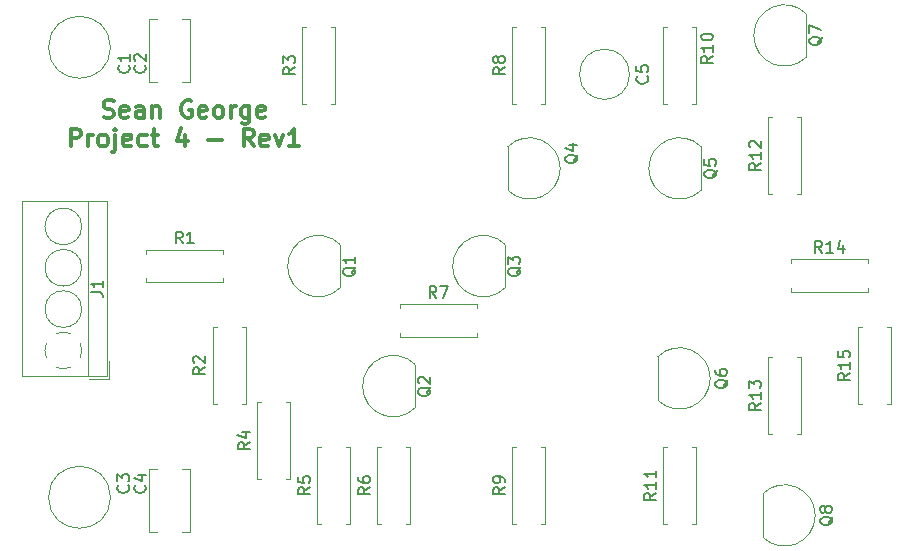
<source format=gbr>
%TF.GenerationSoftware,KiCad,Pcbnew,(6.0.7)*%
%TF.CreationDate,2023-05-14T18:18:18-04:00*%
%TF.ProjectId,12V_Plus_Minus_5MHz_Amplifier,3132565f-506c-4757-935f-4d696e75735f,rev?*%
%TF.SameCoordinates,Original*%
%TF.FileFunction,Legend,Top*%
%TF.FilePolarity,Positive*%
%FSLAX46Y46*%
G04 Gerber Fmt 4.6, Leading zero omitted, Abs format (unit mm)*
G04 Created by KiCad (PCBNEW (6.0.7)) date 2023-05-14 18:18:18*
%MOMM*%
%LPD*%
G01*
G04 APERTURE LIST*
%ADD10C,0.300000*%
%ADD11C,0.150000*%
%ADD12C,0.120000*%
G04 APERTURE END LIST*
D10*
X195072857Y-121382142D02*
X195287142Y-121453571D01*
X195644285Y-121453571D01*
X195787142Y-121382142D01*
X195858571Y-121310714D01*
X195930000Y-121167857D01*
X195930000Y-121025000D01*
X195858571Y-120882142D01*
X195787142Y-120810714D01*
X195644285Y-120739285D01*
X195358571Y-120667857D01*
X195215714Y-120596428D01*
X195144285Y-120525000D01*
X195072857Y-120382142D01*
X195072857Y-120239285D01*
X195144285Y-120096428D01*
X195215714Y-120025000D01*
X195358571Y-119953571D01*
X195715714Y-119953571D01*
X195930000Y-120025000D01*
X197144285Y-121382142D02*
X197001428Y-121453571D01*
X196715714Y-121453571D01*
X196572857Y-121382142D01*
X196501428Y-121239285D01*
X196501428Y-120667857D01*
X196572857Y-120525000D01*
X196715714Y-120453571D01*
X197001428Y-120453571D01*
X197144285Y-120525000D01*
X197215714Y-120667857D01*
X197215714Y-120810714D01*
X196501428Y-120953571D01*
X198501428Y-121453571D02*
X198501428Y-120667857D01*
X198430000Y-120525000D01*
X198287142Y-120453571D01*
X198001428Y-120453571D01*
X197858571Y-120525000D01*
X198501428Y-121382142D02*
X198358571Y-121453571D01*
X198001428Y-121453571D01*
X197858571Y-121382142D01*
X197787142Y-121239285D01*
X197787142Y-121096428D01*
X197858571Y-120953571D01*
X198001428Y-120882142D01*
X198358571Y-120882142D01*
X198501428Y-120810714D01*
X199215714Y-120453571D02*
X199215714Y-121453571D01*
X199215714Y-120596428D02*
X199287142Y-120525000D01*
X199430000Y-120453571D01*
X199644285Y-120453571D01*
X199787142Y-120525000D01*
X199858571Y-120667857D01*
X199858571Y-121453571D01*
X202501428Y-120025000D02*
X202358571Y-119953571D01*
X202144285Y-119953571D01*
X201930000Y-120025000D01*
X201787142Y-120167857D01*
X201715714Y-120310714D01*
X201644285Y-120596428D01*
X201644285Y-120810714D01*
X201715714Y-121096428D01*
X201787142Y-121239285D01*
X201930000Y-121382142D01*
X202144285Y-121453571D01*
X202287142Y-121453571D01*
X202501428Y-121382142D01*
X202572857Y-121310714D01*
X202572857Y-120810714D01*
X202287142Y-120810714D01*
X203787142Y-121382142D02*
X203644285Y-121453571D01*
X203358571Y-121453571D01*
X203215714Y-121382142D01*
X203144285Y-121239285D01*
X203144285Y-120667857D01*
X203215714Y-120525000D01*
X203358571Y-120453571D01*
X203644285Y-120453571D01*
X203787142Y-120525000D01*
X203858571Y-120667857D01*
X203858571Y-120810714D01*
X203144285Y-120953571D01*
X204715714Y-121453571D02*
X204572857Y-121382142D01*
X204501428Y-121310714D01*
X204430000Y-121167857D01*
X204430000Y-120739285D01*
X204501428Y-120596428D01*
X204572857Y-120525000D01*
X204715714Y-120453571D01*
X204930000Y-120453571D01*
X205072857Y-120525000D01*
X205144285Y-120596428D01*
X205215714Y-120739285D01*
X205215714Y-121167857D01*
X205144285Y-121310714D01*
X205072857Y-121382142D01*
X204930000Y-121453571D01*
X204715714Y-121453571D01*
X205858571Y-121453571D02*
X205858571Y-120453571D01*
X205858571Y-120739285D02*
X205930000Y-120596428D01*
X206001428Y-120525000D01*
X206144285Y-120453571D01*
X206287142Y-120453571D01*
X207430000Y-120453571D02*
X207430000Y-121667857D01*
X207358571Y-121810714D01*
X207287142Y-121882142D01*
X207144285Y-121953571D01*
X206930000Y-121953571D01*
X206787142Y-121882142D01*
X207430000Y-121382142D02*
X207287142Y-121453571D01*
X207001428Y-121453571D01*
X206858571Y-121382142D01*
X206787142Y-121310714D01*
X206715714Y-121167857D01*
X206715714Y-120739285D01*
X206787142Y-120596428D01*
X206858571Y-120525000D01*
X207001428Y-120453571D01*
X207287142Y-120453571D01*
X207430000Y-120525000D01*
X208715714Y-121382142D02*
X208572857Y-121453571D01*
X208287142Y-121453571D01*
X208144285Y-121382142D01*
X208072857Y-121239285D01*
X208072857Y-120667857D01*
X208144285Y-120525000D01*
X208287142Y-120453571D01*
X208572857Y-120453571D01*
X208715714Y-120525000D01*
X208787142Y-120667857D01*
X208787142Y-120810714D01*
X208072857Y-120953571D01*
X192287142Y-123868571D02*
X192287142Y-122368571D01*
X192858571Y-122368571D01*
X193001428Y-122440000D01*
X193072857Y-122511428D01*
X193144285Y-122654285D01*
X193144285Y-122868571D01*
X193072857Y-123011428D01*
X193001428Y-123082857D01*
X192858571Y-123154285D01*
X192287142Y-123154285D01*
X193787142Y-123868571D02*
X193787142Y-122868571D01*
X193787142Y-123154285D02*
X193858571Y-123011428D01*
X193930000Y-122940000D01*
X194072857Y-122868571D01*
X194215714Y-122868571D01*
X194930000Y-123868571D02*
X194787142Y-123797142D01*
X194715714Y-123725714D01*
X194644285Y-123582857D01*
X194644285Y-123154285D01*
X194715714Y-123011428D01*
X194787142Y-122940000D01*
X194930000Y-122868571D01*
X195144285Y-122868571D01*
X195287142Y-122940000D01*
X195358571Y-123011428D01*
X195430000Y-123154285D01*
X195430000Y-123582857D01*
X195358571Y-123725714D01*
X195287142Y-123797142D01*
X195144285Y-123868571D01*
X194930000Y-123868571D01*
X196072857Y-122868571D02*
X196072857Y-124154285D01*
X196001428Y-124297142D01*
X195858571Y-124368571D01*
X195787142Y-124368571D01*
X196072857Y-122368571D02*
X196001428Y-122440000D01*
X196072857Y-122511428D01*
X196144285Y-122440000D01*
X196072857Y-122368571D01*
X196072857Y-122511428D01*
X197358571Y-123797142D02*
X197215714Y-123868571D01*
X196930000Y-123868571D01*
X196787142Y-123797142D01*
X196715714Y-123654285D01*
X196715714Y-123082857D01*
X196787142Y-122940000D01*
X196930000Y-122868571D01*
X197215714Y-122868571D01*
X197358571Y-122940000D01*
X197430000Y-123082857D01*
X197430000Y-123225714D01*
X196715714Y-123368571D01*
X198715714Y-123797142D02*
X198572857Y-123868571D01*
X198287142Y-123868571D01*
X198144285Y-123797142D01*
X198072857Y-123725714D01*
X198001428Y-123582857D01*
X198001428Y-123154285D01*
X198072857Y-123011428D01*
X198144285Y-122940000D01*
X198287142Y-122868571D01*
X198572857Y-122868571D01*
X198715714Y-122940000D01*
X199144285Y-122868571D02*
X199715714Y-122868571D01*
X199358571Y-122368571D02*
X199358571Y-123654285D01*
X199430000Y-123797142D01*
X199572857Y-123868571D01*
X199715714Y-123868571D01*
X202001428Y-122868571D02*
X202001428Y-123868571D01*
X201644285Y-122297142D02*
X201287142Y-123368571D01*
X202215714Y-123368571D01*
X203930000Y-123297142D02*
X205072857Y-123297142D01*
X207787142Y-123868571D02*
X207287142Y-123154285D01*
X206930000Y-123868571D02*
X206930000Y-122368571D01*
X207501428Y-122368571D01*
X207644285Y-122440000D01*
X207715714Y-122511428D01*
X207787142Y-122654285D01*
X207787142Y-122868571D01*
X207715714Y-123011428D01*
X207644285Y-123082857D01*
X207501428Y-123154285D01*
X206930000Y-123154285D01*
X209001428Y-123797142D02*
X208858571Y-123868571D01*
X208572857Y-123868571D01*
X208430000Y-123797142D01*
X208358571Y-123654285D01*
X208358571Y-123082857D01*
X208430000Y-122940000D01*
X208572857Y-122868571D01*
X208858571Y-122868571D01*
X209001428Y-122940000D01*
X209072857Y-123082857D01*
X209072857Y-123225714D01*
X208358571Y-123368571D01*
X209572857Y-122868571D02*
X209930000Y-123868571D01*
X210287142Y-122868571D01*
X211644285Y-123868571D02*
X210787142Y-123868571D01*
X211215714Y-123868571D02*
X211215714Y-122368571D01*
X211072857Y-122582857D01*
X210930000Y-122725714D01*
X210787142Y-122797142D01*
D11*
%TO.C,J1*%
X194022380Y-136223333D02*
X194736666Y-136223333D01*
X194879523Y-136270952D01*
X194974761Y-136366190D01*
X195022380Y-136509047D01*
X195022380Y-136604285D01*
X195022380Y-135223333D02*
X195022380Y-135794761D01*
X195022380Y-135509047D02*
X194022380Y-135509047D01*
X194165238Y-135604285D01*
X194260476Y-135699523D01*
X194308095Y-135794761D01*
%TO.C,R7*%
X223253333Y-136682380D02*
X222920000Y-136206190D01*
X222681904Y-136682380D02*
X222681904Y-135682380D01*
X223062857Y-135682380D01*
X223158095Y-135730000D01*
X223205714Y-135777619D01*
X223253333Y-135872857D01*
X223253333Y-136015714D01*
X223205714Y-136110952D01*
X223158095Y-136158571D01*
X223062857Y-136206190D01*
X222681904Y-136206190D01*
X223586666Y-135682380D02*
X224253333Y-135682380D01*
X223824761Y-136682380D01*
%TO.C,Q7*%
X255917619Y-114565238D02*
X255870000Y-114660476D01*
X255774761Y-114755714D01*
X255631904Y-114898571D01*
X255584285Y-114993809D01*
X255584285Y-115089047D01*
X255822380Y-115041428D02*
X255774761Y-115136666D01*
X255679523Y-115231904D01*
X255489047Y-115279523D01*
X255155714Y-115279523D01*
X254965238Y-115231904D01*
X254870000Y-115136666D01*
X254822380Y-115041428D01*
X254822380Y-114850952D01*
X254870000Y-114755714D01*
X254965238Y-114660476D01*
X255155714Y-114612857D01*
X255489047Y-114612857D01*
X255679523Y-114660476D01*
X255774761Y-114755714D01*
X255822380Y-114850952D01*
X255822380Y-115041428D01*
X254822380Y-114279523D02*
X254822380Y-113612857D01*
X255822380Y-114041428D01*
%TO.C,R9*%
X229052380Y-152736666D02*
X228576190Y-153070000D01*
X229052380Y-153308095D02*
X228052380Y-153308095D01*
X228052380Y-152927142D01*
X228100000Y-152831904D01*
X228147619Y-152784285D01*
X228242857Y-152736666D01*
X228385714Y-152736666D01*
X228480952Y-152784285D01*
X228528571Y-152831904D01*
X228576190Y-152927142D01*
X228576190Y-153308095D01*
X229052380Y-152260476D02*
X229052380Y-152070000D01*
X229004761Y-151974761D01*
X228957142Y-151927142D01*
X228814285Y-151831904D01*
X228623809Y-151784285D01*
X228242857Y-151784285D01*
X228147619Y-151831904D01*
X228100000Y-151879523D01*
X228052380Y-151974761D01*
X228052380Y-152165238D01*
X228100000Y-152260476D01*
X228147619Y-152308095D01*
X228242857Y-152355714D01*
X228480952Y-152355714D01*
X228576190Y-152308095D01*
X228623809Y-152260476D01*
X228671428Y-152165238D01*
X228671428Y-151974761D01*
X228623809Y-151879523D01*
X228576190Y-151831904D01*
X228480952Y-151784285D01*
%TO.C,R13*%
X250742380Y-145592857D02*
X250266190Y-145926190D01*
X250742380Y-146164285D02*
X249742380Y-146164285D01*
X249742380Y-145783333D01*
X249790000Y-145688095D01*
X249837619Y-145640476D01*
X249932857Y-145592857D01*
X250075714Y-145592857D01*
X250170952Y-145640476D01*
X250218571Y-145688095D01*
X250266190Y-145783333D01*
X250266190Y-146164285D01*
X250742380Y-144640476D02*
X250742380Y-145211904D01*
X250742380Y-144926190D02*
X249742380Y-144926190D01*
X249885238Y-145021428D01*
X249980476Y-145116666D01*
X250028095Y-145211904D01*
X249742380Y-144307142D02*
X249742380Y-143688095D01*
X250123333Y-144021428D01*
X250123333Y-143878571D01*
X250170952Y-143783333D01*
X250218571Y-143735714D01*
X250313809Y-143688095D01*
X250551904Y-143688095D01*
X250647142Y-143735714D01*
X250694761Y-143783333D01*
X250742380Y-143878571D01*
X250742380Y-144164285D01*
X250694761Y-144259523D01*
X250647142Y-144307142D01*
%TO.C,C2*%
X198577142Y-117006666D02*
X198624761Y-117054285D01*
X198672380Y-117197142D01*
X198672380Y-117292380D01*
X198624761Y-117435238D01*
X198529523Y-117530476D01*
X198434285Y-117578095D01*
X198243809Y-117625714D01*
X198100952Y-117625714D01*
X197910476Y-117578095D01*
X197815238Y-117530476D01*
X197720000Y-117435238D01*
X197672380Y-117292380D01*
X197672380Y-117197142D01*
X197720000Y-117054285D01*
X197767619Y-117006666D01*
X197767619Y-116625714D02*
X197720000Y-116578095D01*
X197672380Y-116482857D01*
X197672380Y-116244761D01*
X197720000Y-116149523D01*
X197767619Y-116101904D01*
X197862857Y-116054285D01*
X197958095Y-116054285D01*
X198100952Y-116101904D01*
X198672380Y-116673333D01*
X198672380Y-116054285D01*
%TO.C,C3*%
X197147142Y-152566666D02*
X197194761Y-152614285D01*
X197242380Y-152757142D01*
X197242380Y-152852380D01*
X197194761Y-152995238D01*
X197099523Y-153090476D01*
X197004285Y-153138095D01*
X196813809Y-153185714D01*
X196670952Y-153185714D01*
X196480476Y-153138095D01*
X196385238Y-153090476D01*
X196290000Y-152995238D01*
X196242380Y-152852380D01*
X196242380Y-152757142D01*
X196290000Y-152614285D01*
X196337619Y-152566666D01*
X196242380Y-152233333D02*
X196242380Y-151614285D01*
X196623333Y-151947619D01*
X196623333Y-151804761D01*
X196670952Y-151709523D01*
X196718571Y-151661904D01*
X196813809Y-151614285D01*
X197051904Y-151614285D01*
X197147142Y-151661904D01*
X197194761Y-151709523D01*
X197242380Y-151804761D01*
X197242380Y-152090476D01*
X197194761Y-152185714D01*
X197147142Y-152233333D01*
%TO.C,R3*%
X211272380Y-117176666D02*
X210796190Y-117510000D01*
X211272380Y-117748095D02*
X210272380Y-117748095D01*
X210272380Y-117367142D01*
X210320000Y-117271904D01*
X210367619Y-117224285D01*
X210462857Y-117176666D01*
X210605714Y-117176666D01*
X210700952Y-117224285D01*
X210748571Y-117271904D01*
X210796190Y-117367142D01*
X210796190Y-117748095D01*
X210272380Y-116843333D02*
X210272380Y-116224285D01*
X210653333Y-116557619D01*
X210653333Y-116414761D01*
X210700952Y-116319523D01*
X210748571Y-116271904D01*
X210843809Y-116224285D01*
X211081904Y-116224285D01*
X211177142Y-116271904D01*
X211224761Y-116319523D01*
X211272380Y-116414761D01*
X211272380Y-116700476D01*
X211224761Y-116795714D01*
X211177142Y-116843333D01*
%TO.C,Q8*%
X256837619Y-155205238D02*
X256790000Y-155300476D01*
X256694761Y-155395714D01*
X256551904Y-155538571D01*
X256504285Y-155633809D01*
X256504285Y-155729047D01*
X256742380Y-155681428D02*
X256694761Y-155776666D01*
X256599523Y-155871904D01*
X256409047Y-155919523D01*
X256075714Y-155919523D01*
X255885238Y-155871904D01*
X255790000Y-155776666D01*
X255742380Y-155681428D01*
X255742380Y-155490952D01*
X255790000Y-155395714D01*
X255885238Y-155300476D01*
X256075714Y-155252857D01*
X256409047Y-155252857D01*
X256599523Y-155300476D01*
X256694761Y-155395714D01*
X256742380Y-155490952D01*
X256742380Y-155681428D01*
X256170952Y-154681428D02*
X256123333Y-154776666D01*
X256075714Y-154824285D01*
X255980476Y-154871904D01*
X255932857Y-154871904D01*
X255837619Y-154824285D01*
X255790000Y-154776666D01*
X255742380Y-154681428D01*
X255742380Y-154490952D01*
X255790000Y-154395714D01*
X255837619Y-154348095D01*
X255932857Y-154300476D01*
X255980476Y-154300476D01*
X256075714Y-154348095D01*
X256123333Y-154395714D01*
X256170952Y-154490952D01*
X256170952Y-154681428D01*
X256218571Y-154776666D01*
X256266190Y-154824285D01*
X256361428Y-154871904D01*
X256551904Y-154871904D01*
X256647142Y-154824285D01*
X256694761Y-154776666D01*
X256742380Y-154681428D01*
X256742380Y-154490952D01*
X256694761Y-154395714D01*
X256647142Y-154348095D01*
X256551904Y-154300476D01*
X256361428Y-154300476D01*
X256266190Y-154348095D01*
X256218571Y-154395714D01*
X256170952Y-154490952D01*
%TO.C,R1*%
X201763333Y-132082380D02*
X201430000Y-131606190D01*
X201191904Y-132082380D02*
X201191904Y-131082380D01*
X201572857Y-131082380D01*
X201668095Y-131130000D01*
X201715714Y-131177619D01*
X201763333Y-131272857D01*
X201763333Y-131415714D01*
X201715714Y-131510952D01*
X201668095Y-131558571D01*
X201572857Y-131606190D01*
X201191904Y-131606190D01*
X202715714Y-132082380D02*
X202144285Y-132082380D01*
X202430000Y-132082380D02*
X202430000Y-131082380D01*
X202334761Y-131225238D01*
X202239523Y-131320476D01*
X202144285Y-131368095D01*
%TO.C,C4*%
X198577142Y-152566666D02*
X198624761Y-152614285D01*
X198672380Y-152757142D01*
X198672380Y-152852380D01*
X198624761Y-152995238D01*
X198529523Y-153090476D01*
X198434285Y-153138095D01*
X198243809Y-153185714D01*
X198100952Y-153185714D01*
X197910476Y-153138095D01*
X197815238Y-153090476D01*
X197720000Y-152995238D01*
X197672380Y-152852380D01*
X197672380Y-152757142D01*
X197720000Y-152614285D01*
X197767619Y-152566666D01*
X198005714Y-151709523D02*
X198672380Y-151709523D01*
X197624761Y-151947619D02*
X198339047Y-152185714D01*
X198339047Y-151566666D01*
%TO.C,C1*%
X197207142Y-117006666D02*
X197254761Y-117054285D01*
X197302380Y-117197142D01*
X197302380Y-117292380D01*
X197254761Y-117435238D01*
X197159523Y-117530476D01*
X197064285Y-117578095D01*
X196873809Y-117625714D01*
X196730952Y-117625714D01*
X196540476Y-117578095D01*
X196445238Y-117530476D01*
X196350000Y-117435238D01*
X196302380Y-117292380D01*
X196302380Y-117197142D01*
X196350000Y-117054285D01*
X196397619Y-117006666D01*
X197302380Y-116054285D02*
X197302380Y-116625714D01*
X197302380Y-116340000D02*
X196302380Y-116340000D01*
X196445238Y-116435238D01*
X196540476Y-116530476D01*
X196588095Y-116625714D01*
%TO.C,R15*%
X258262380Y-143052857D02*
X257786190Y-143386190D01*
X258262380Y-143624285D02*
X257262380Y-143624285D01*
X257262380Y-143243333D01*
X257310000Y-143148095D01*
X257357619Y-143100476D01*
X257452857Y-143052857D01*
X257595714Y-143052857D01*
X257690952Y-143100476D01*
X257738571Y-143148095D01*
X257786190Y-143243333D01*
X257786190Y-143624285D01*
X258262380Y-142100476D02*
X258262380Y-142671904D01*
X258262380Y-142386190D02*
X257262380Y-142386190D01*
X257405238Y-142481428D01*
X257500476Y-142576666D01*
X257548095Y-142671904D01*
X257262380Y-141195714D02*
X257262380Y-141671904D01*
X257738571Y-141719523D01*
X257690952Y-141671904D01*
X257643333Y-141576666D01*
X257643333Y-141338571D01*
X257690952Y-141243333D01*
X257738571Y-141195714D01*
X257833809Y-141148095D01*
X258071904Y-141148095D01*
X258167142Y-141195714D01*
X258214761Y-141243333D01*
X258262380Y-141338571D01*
X258262380Y-141576666D01*
X258214761Y-141671904D01*
X258167142Y-141719523D01*
%TO.C,R14*%
X255897142Y-132872380D02*
X255563809Y-132396190D01*
X255325714Y-132872380D02*
X255325714Y-131872380D01*
X255706666Y-131872380D01*
X255801904Y-131920000D01*
X255849523Y-131967619D01*
X255897142Y-132062857D01*
X255897142Y-132205714D01*
X255849523Y-132300952D01*
X255801904Y-132348571D01*
X255706666Y-132396190D01*
X255325714Y-132396190D01*
X256849523Y-132872380D02*
X256278095Y-132872380D01*
X256563809Y-132872380D02*
X256563809Y-131872380D01*
X256468571Y-132015238D01*
X256373333Y-132110476D01*
X256278095Y-132158095D01*
X257706666Y-132205714D02*
X257706666Y-132872380D01*
X257468571Y-131824761D02*
X257230476Y-132539047D01*
X257849523Y-132539047D01*
%TO.C,R4*%
X207462380Y-148926666D02*
X206986190Y-149260000D01*
X207462380Y-149498095D02*
X206462380Y-149498095D01*
X206462380Y-149117142D01*
X206510000Y-149021904D01*
X206557619Y-148974285D01*
X206652857Y-148926666D01*
X206795714Y-148926666D01*
X206890952Y-148974285D01*
X206938571Y-149021904D01*
X206986190Y-149117142D01*
X206986190Y-149498095D01*
X206795714Y-148069523D02*
X207462380Y-148069523D01*
X206414761Y-148307619D02*
X207129047Y-148545714D01*
X207129047Y-147926666D01*
%TO.C,R12*%
X250742380Y-125272857D02*
X250266190Y-125606190D01*
X250742380Y-125844285D02*
X249742380Y-125844285D01*
X249742380Y-125463333D01*
X249790000Y-125368095D01*
X249837619Y-125320476D01*
X249932857Y-125272857D01*
X250075714Y-125272857D01*
X250170952Y-125320476D01*
X250218571Y-125368095D01*
X250266190Y-125463333D01*
X250266190Y-125844285D01*
X250742380Y-124320476D02*
X250742380Y-124891904D01*
X250742380Y-124606190D02*
X249742380Y-124606190D01*
X249885238Y-124701428D01*
X249980476Y-124796666D01*
X250028095Y-124891904D01*
X249837619Y-123939523D02*
X249790000Y-123891904D01*
X249742380Y-123796666D01*
X249742380Y-123558571D01*
X249790000Y-123463333D01*
X249837619Y-123415714D01*
X249932857Y-123368095D01*
X250028095Y-123368095D01*
X250170952Y-123415714D01*
X250742380Y-123987142D01*
X250742380Y-123368095D01*
%TO.C,Q4*%
X235247619Y-124555238D02*
X235200000Y-124650476D01*
X235104761Y-124745714D01*
X234961904Y-124888571D01*
X234914285Y-124983809D01*
X234914285Y-125079047D01*
X235152380Y-125031428D02*
X235104761Y-125126666D01*
X235009523Y-125221904D01*
X234819047Y-125269523D01*
X234485714Y-125269523D01*
X234295238Y-125221904D01*
X234200000Y-125126666D01*
X234152380Y-125031428D01*
X234152380Y-124840952D01*
X234200000Y-124745714D01*
X234295238Y-124650476D01*
X234485714Y-124602857D01*
X234819047Y-124602857D01*
X235009523Y-124650476D01*
X235104761Y-124745714D01*
X235152380Y-124840952D01*
X235152380Y-125031428D01*
X234485714Y-123745714D02*
X235152380Y-123745714D01*
X234104761Y-123983809D02*
X234819047Y-124221904D01*
X234819047Y-123602857D01*
%TO.C,Q6*%
X247947619Y-143605238D02*
X247900000Y-143700476D01*
X247804761Y-143795714D01*
X247661904Y-143938571D01*
X247614285Y-144033809D01*
X247614285Y-144129047D01*
X247852380Y-144081428D02*
X247804761Y-144176666D01*
X247709523Y-144271904D01*
X247519047Y-144319523D01*
X247185714Y-144319523D01*
X246995238Y-144271904D01*
X246900000Y-144176666D01*
X246852380Y-144081428D01*
X246852380Y-143890952D01*
X246900000Y-143795714D01*
X246995238Y-143700476D01*
X247185714Y-143652857D01*
X247519047Y-143652857D01*
X247709523Y-143700476D01*
X247804761Y-143795714D01*
X247852380Y-143890952D01*
X247852380Y-144081428D01*
X246852380Y-142795714D02*
X246852380Y-142986190D01*
X246900000Y-143081428D01*
X246947619Y-143129047D01*
X247090476Y-143224285D01*
X247280952Y-143271904D01*
X247661904Y-143271904D01*
X247757142Y-143224285D01*
X247804761Y-143176666D01*
X247852380Y-143081428D01*
X247852380Y-142890952D01*
X247804761Y-142795714D01*
X247757142Y-142748095D01*
X247661904Y-142700476D01*
X247423809Y-142700476D01*
X247328571Y-142748095D01*
X247280952Y-142795714D01*
X247233333Y-142890952D01*
X247233333Y-143081428D01*
X247280952Y-143176666D01*
X247328571Y-143224285D01*
X247423809Y-143271904D01*
%TO.C,Q3*%
X230417619Y-134095238D02*
X230370000Y-134190476D01*
X230274761Y-134285714D01*
X230131904Y-134428571D01*
X230084285Y-134523809D01*
X230084285Y-134619047D01*
X230322380Y-134571428D02*
X230274761Y-134666666D01*
X230179523Y-134761904D01*
X229989047Y-134809523D01*
X229655714Y-134809523D01*
X229465238Y-134761904D01*
X229370000Y-134666666D01*
X229322380Y-134571428D01*
X229322380Y-134380952D01*
X229370000Y-134285714D01*
X229465238Y-134190476D01*
X229655714Y-134142857D01*
X229989047Y-134142857D01*
X230179523Y-134190476D01*
X230274761Y-134285714D01*
X230322380Y-134380952D01*
X230322380Y-134571428D01*
X229322380Y-133809523D02*
X229322380Y-133190476D01*
X229703333Y-133523809D01*
X229703333Y-133380952D01*
X229750952Y-133285714D01*
X229798571Y-133238095D01*
X229893809Y-133190476D01*
X230131904Y-133190476D01*
X230227142Y-133238095D01*
X230274761Y-133285714D01*
X230322380Y-133380952D01*
X230322380Y-133666666D01*
X230274761Y-133761904D01*
X230227142Y-133809523D01*
%TO.C,Q5*%
X247027619Y-125825238D02*
X246980000Y-125920476D01*
X246884761Y-126015714D01*
X246741904Y-126158571D01*
X246694285Y-126253809D01*
X246694285Y-126349047D01*
X246932380Y-126301428D02*
X246884761Y-126396666D01*
X246789523Y-126491904D01*
X246599047Y-126539523D01*
X246265714Y-126539523D01*
X246075238Y-126491904D01*
X245980000Y-126396666D01*
X245932380Y-126301428D01*
X245932380Y-126110952D01*
X245980000Y-126015714D01*
X246075238Y-125920476D01*
X246265714Y-125872857D01*
X246599047Y-125872857D01*
X246789523Y-125920476D01*
X246884761Y-126015714D01*
X246932380Y-126110952D01*
X246932380Y-126301428D01*
X245932380Y-124968095D02*
X245932380Y-125444285D01*
X246408571Y-125491904D01*
X246360952Y-125444285D01*
X246313333Y-125349047D01*
X246313333Y-125110952D01*
X246360952Y-125015714D01*
X246408571Y-124968095D01*
X246503809Y-124920476D01*
X246741904Y-124920476D01*
X246837142Y-124968095D01*
X246884761Y-125015714D01*
X246932380Y-125110952D01*
X246932380Y-125349047D01*
X246884761Y-125444285D01*
X246837142Y-125491904D01*
%TO.C,R5*%
X212542380Y-152736666D02*
X212066190Y-153070000D01*
X212542380Y-153308095D02*
X211542380Y-153308095D01*
X211542380Y-152927142D01*
X211590000Y-152831904D01*
X211637619Y-152784285D01*
X211732857Y-152736666D01*
X211875714Y-152736666D01*
X211970952Y-152784285D01*
X212018571Y-152831904D01*
X212066190Y-152927142D01*
X212066190Y-153308095D01*
X211542380Y-151831904D02*
X211542380Y-152308095D01*
X212018571Y-152355714D01*
X211970952Y-152308095D01*
X211923333Y-152212857D01*
X211923333Y-151974761D01*
X211970952Y-151879523D01*
X212018571Y-151831904D01*
X212113809Y-151784285D01*
X212351904Y-151784285D01*
X212447142Y-151831904D01*
X212494761Y-151879523D01*
X212542380Y-151974761D01*
X212542380Y-152212857D01*
X212494761Y-152308095D01*
X212447142Y-152355714D01*
%TO.C,C5*%
X241097142Y-117926666D02*
X241144761Y-117974285D01*
X241192380Y-118117142D01*
X241192380Y-118212380D01*
X241144761Y-118355238D01*
X241049523Y-118450476D01*
X240954285Y-118498095D01*
X240763809Y-118545714D01*
X240620952Y-118545714D01*
X240430476Y-118498095D01*
X240335238Y-118450476D01*
X240240000Y-118355238D01*
X240192380Y-118212380D01*
X240192380Y-118117142D01*
X240240000Y-117974285D01*
X240287619Y-117926666D01*
X240192380Y-117021904D02*
X240192380Y-117498095D01*
X240668571Y-117545714D01*
X240620952Y-117498095D01*
X240573333Y-117402857D01*
X240573333Y-117164761D01*
X240620952Y-117069523D01*
X240668571Y-117021904D01*
X240763809Y-116974285D01*
X241001904Y-116974285D01*
X241097142Y-117021904D01*
X241144761Y-117069523D01*
X241192380Y-117164761D01*
X241192380Y-117402857D01*
X241144761Y-117498095D01*
X241097142Y-117545714D01*
%TO.C,R10*%
X246662380Y-116212857D02*
X246186190Y-116546190D01*
X246662380Y-116784285D02*
X245662380Y-116784285D01*
X245662380Y-116403333D01*
X245710000Y-116308095D01*
X245757619Y-116260476D01*
X245852857Y-116212857D01*
X245995714Y-116212857D01*
X246090952Y-116260476D01*
X246138571Y-116308095D01*
X246186190Y-116403333D01*
X246186190Y-116784285D01*
X246662380Y-115260476D02*
X246662380Y-115831904D01*
X246662380Y-115546190D02*
X245662380Y-115546190D01*
X245805238Y-115641428D01*
X245900476Y-115736666D01*
X245948095Y-115831904D01*
X245662380Y-114641428D02*
X245662380Y-114546190D01*
X245710000Y-114450952D01*
X245757619Y-114403333D01*
X245852857Y-114355714D01*
X246043333Y-114308095D01*
X246281428Y-114308095D01*
X246471904Y-114355714D01*
X246567142Y-114403333D01*
X246614761Y-114450952D01*
X246662380Y-114546190D01*
X246662380Y-114641428D01*
X246614761Y-114736666D01*
X246567142Y-114784285D01*
X246471904Y-114831904D01*
X246281428Y-114879523D01*
X246043333Y-114879523D01*
X245852857Y-114831904D01*
X245757619Y-114784285D01*
X245710000Y-114736666D01*
X245662380Y-114641428D01*
%TO.C,R2*%
X203652380Y-142576666D02*
X203176190Y-142910000D01*
X203652380Y-143148095D02*
X202652380Y-143148095D01*
X202652380Y-142767142D01*
X202700000Y-142671904D01*
X202747619Y-142624285D01*
X202842857Y-142576666D01*
X202985714Y-142576666D01*
X203080952Y-142624285D01*
X203128571Y-142671904D01*
X203176190Y-142767142D01*
X203176190Y-143148095D01*
X202747619Y-142195714D02*
X202700000Y-142148095D01*
X202652380Y-142052857D01*
X202652380Y-141814761D01*
X202700000Y-141719523D01*
X202747619Y-141671904D01*
X202842857Y-141624285D01*
X202938095Y-141624285D01*
X203080952Y-141671904D01*
X203652380Y-142243333D01*
X203652380Y-141624285D01*
%TO.C,Q2*%
X222797619Y-144255238D02*
X222750000Y-144350476D01*
X222654761Y-144445714D01*
X222511904Y-144588571D01*
X222464285Y-144683809D01*
X222464285Y-144779047D01*
X222702380Y-144731428D02*
X222654761Y-144826666D01*
X222559523Y-144921904D01*
X222369047Y-144969523D01*
X222035714Y-144969523D01*
X221845238Y-144921904D01*
X221750000Y-144826666D01*
X221702380Y-144731428D01*
X221702380Y-144540952D01*
X221750000Y-144445714D01*
X221845238Y-144350476D01*
X222035714Y-144302857D01*
X222369047Y-144302857D01*
X222559523Y-144350476D01*
X222654761Y-144445714D01*
X222702380Y-144540952D01*
X222702380Y-144731428D01*
X221797619Y-143921904D02*
X221750000Y-143874285D01*
X221702380Y-143779047D01*
X221702380Y-143540952D01*
X221750000Y-143445714D01*
X221797619Y-143398095D01*
X221892857Y-143350476D01*
X221988095Y-143350476D01*
X222130952Y-143398095D01*
X222702380Y-143969523D01*
X222702380Y-143350476D01*
%TO.C,R11*%
X241852380Y-153212857D02*
X241376190Y-153546190D01*
X241852380Y-153784285D02*
X240852380Y-153784285D01*
X240852380Y-153403333D01*
X240900000Y-153308095D01*
X240947619Y-153260476D01*
X241042857Y-153212857D01*
X241185714Y-153212857D01*
X241280952Y-153260476D01*
X241328571Y-153308095D01*
X241376190Y-153403333D01*
X241376190Y-153784285D01*
X241852380Y-152260476D02*
X241852380Y-152831904D01*
X241852380Y-152546190D02*
X240852380Y-152546190D01*
X240995238Y-152641428D01*
X241090476Y-152736666D01*
X241138095Y-152831904D01*
X241852380Y-151308095D02*
X241852380Y-151879523D01*
X241852380Y-151593809D02*
X240852380Y-151593809D01*
X240995238Y-151689047D01*
X241090476Y-151784285D01*
X241138095Y-151879523D01*
%TO.C,Q1*%
X216447619Y-134095238D02*
X216400000Y-134190476D01*
X216304761Y-134285714D01*
X216161904Y-134428571D01*
X216114285Y-134523809D01*
X216114285Y-134619047D01*
X216352380Y-134571428D02*
X216304761Y-134666666D01*
X216209523Y-134761904D01*
X216019047Y-134809523D01*
X215685714Y-134809523D01*
X215495238Y-134761904D01*
X215400000Y-134666666D01*
X215352380Y-134571428D01*
X215352380Y-134380952D01*
X215400000Y-134285714D01*
X215495238Y-134190476D01*
X215685714Y-134142857D01*
X216019047Y-134142857D01*
X216209523Y-134190476D01*
X216304761Y-134285714D01*
X216352380Y-134380952D01*
X216352380Y-134571428D01*
X216352380Y-133190476D02*
X216352380Y-133761904D01*
X216352380Y-133476190D02*
X215352380Y-133476190D01*
X215495238Y-133571428D01*
X215590476Y-133666666D01*
X215638095Y-133761904D01*
%TO.C,R6*%
X217622380Y-152736666D02*
X217146190Y-153070000D01*
X217622380Y-153308095D02*
X216622380Y-153308095D01*
X216622380Y-152927142D01*
X216670000Y-152831904D01*
X216717619Y-152784285D01*
X216812857Y-152736666D01*
X216955714Y-152736666D01*
X217050952Y-152784285D01*
X217098571Y-152831904D01*
X217146190Y-152927142D01*
X217146190Y-153308095D01*
X216622380Y-151879523D02*
X216622380Y-152070000D01*
X216670000Y-152165238D01*
X216717619Y-152212857D01*
X216860476Y-152308095D01*
X217050952Y-152355714D01*
X217431904Y-152355714D01*
X217527142Y-152308095D01*
X217574761Y-152260476D01*
X217622380Y-152165238D01*
X217622380Y-151974761D01*
X217574761Y-151879523D01*
X217527142Y-151831904D01*
X217431904Y-151784285D01*
X217193809Y-151784285D01*
X217098571Y-151831904D01*
X217050952Y-151879523D01*
X217003333Y-151974761D01*
X217003333Y-152165238D01*
X217050952Y-152260476D01*
X217098571Y-152308095D01*
X217193809Y-152355714D01*
%TO.C,R8*%
X229052380Y-117176666D02*
X228576190Y-117510000D01*
X229052380Y-117748095D02*
X228052380Y-117748095D01*
X228052380Y-117367142D01*
X228100000Y-117271904D01*
X228147619Y-117224285D01*
X228242857Y-117176666D01*
X228385714Y-117176666D01*
X228480952Y-117224285D01*
X228528571Y-117271904D01*
X228576190Y-117367142D01*
X228576190Y-117748095D01*
X228480952Y-116605238D02*
X228433333Y-116700476D01*
X228385714Y-116748095D01*
X228290476Y-116795714D01*
X228242857Y-116795714D01*
X228147619Y-116748095D01*
X228100000Y-116700476D01*
X228052380Y-116605238D01*
X228052380Y-116414761D01*
X228100000Y-116319523D01*
X228147619Y-116271904D01*
X228242857Y-116224285D01*
X228290476Y-116224285D01*
X228385714Y-116271904D01*
X228433333Y-116319523D01*
X228480952Y-116414761D01*
X228480952Y-116605238D01*
X228528571Y-116700476D01*
X228576190Y-116748095D01*
X228671428Y-116795714D01*
X228861904Y-116795714D01*
X228957142Y-116748095D01*
X229004761Y-116700476D01*
X229052380Y-116605238D01*
X229052380Y-116414761D01*
X229004761Y-116319523D01*
X228957142Y-116271904D01*
X228861904Y-116224285D01*
X228671428Y-116224285D01*
X228576190Y-116271904D01*
X228528571Y-116319523D01*
X228480952Y-116414761D01*
D12*
%TO.C,J1*%
X193830000Y-143540000D02*
X195570000Y-143540000D01*
X188210000Y-128480000D02*
X195330000Y-128480000D01*
X195570000Y-143540000D02*
X195570000Y-142040000D01*
X195330000Y-143300000D02*
X195330000Y-128480000D01*
X188210000Y-143300000D02*
X195330000Y-143300000D01*
X188210000Y-143300000D02*
X188210000Y-128480000D01*
X193770000Y-143300000D02*
X193770000Y-128480000D01*
X191062000Y-142572000D02*
G75*
G03*
X192277742Y-142572109I608000J1432000D01*
G01*
X190238000Y-140532000D02*
G75*
G03*
X190237891Y-141747742I1432000J-608000D01*
G01*
X193102000Y-141748000D02*
G75*
G03*
X193225493Y-141112989I-1431988J607998D01*
G01*
X192278000Y-139708000D02*
G75*
G03*
X191062258Y-139707891I-607999J-1432003D01*
G01*
X193225000Y-141140000D02*
G75*
G03*
X193101385Y-140532413I-1555000J0D01*
G01*
X193225000Y-137640000D02*
G75*
G03*
X193225000Y-137640000I-1555000J0D01*
G01*
X193225000Y-130640000D02*
G75*
G03*
X193225000Y-130640000I-1555000J0D01*
G01*
X193225000Y-134140000D02*
G75*
G03*
X193225000Y-134140000I-1555000J0D01*
G01*
%TO.C,R7*%
X220150000Y-139970000D02*
X226690000Y-139970000D01*
X226690000Y-137230000D02*
X226690000Y-137560000D01*
X220150000Y-139640000D02*
X220150000Y-139970000D01*
X220150000Y-137560000D02*
X220150000Y-137230000D01*
X226690000Y-139970000D02*
X226690000Y-139640000D01*
X220150000Y-137230000D02*
X226690000Y-137230000D01*
%TO.C,Q7*%
X254580000Y-116270000D02*
X254580000Y-112670000D01*
X254568478Y-112631522D02*
G75*
G03*
X250130000Y-114470000I-1838478J-1838478D01*
G01*
X250129999Y-114470000D02*
G75*
G03*
X254568478Y-116308478I2600001J0D01*
G01*
%TO.C,R9*%
X232080000Y-149300000D02*
X232410000Y-149300000D01*
X232410000Y-155840000D02*
X232080000Y-155840000D01*
X232410000Y-149300000D02*
X232410000Y-155840000D01*
X229670000Y-149300000D02*
X229670000Y-155840000D01*
X229670000Y-155840000D02*
X230000000Y-155840000D01*
X230000000Y-149300000D02*
X229670000Y-149300000D01*
%TO.C,R13*%
X254100000Y-148220000D02*
X253770000Y-148220000D01*
X254100000Y-141680000D02*
X254100000Y-148220000D01*
X253770000Y-141680000D02*
X254100000Y-141680000D01*
X251690000Y-141680000D02*
X251360000Y-141680000D01*
X251360000Y-148220000D02*
X251690000Y-148220000D01*
X251360000Y-141680000D02*
X251360000Y-148220000D01*
%TO.C,C2*%
X199605000Y-118410000D02*
X198939000Y-118410000D01*
X198939000Y-113070000D02*
X198939000Y-118410000D01*
X202381000Y-118410000D02*
X201715000Y-118410000D01*
X202381000Y-113070000D02*
X201715000Y-113070000D01*
X202381000Y-113070000D02*
X202381000Y-118410000D01*
X199605000Y-113070000D02*
X198939000Y-113070000D01*
%TO.C,C3*%
X195660000Y-153570000D02*
G75*
G03*
X195660000Y-153570000I-2620000J0D01*
G01*
%TO.C,R3*%
X214300000Y-113740000D02*
X214630000Y-113740000D01*
X211890000Y-120280000D02*
X212220000Y-120280000D01*
X212220000Y-113740000D02*
X211890000Y-113740000D01*
X214630000Y-113740000D02*
X214630000Y-120280000D01*
X214630000Y-120280000D02*
X214300000Y-120280000D01*
X211890000Y-113740000D02*
X211890000Y-120280000D01*
%TO.C,Q8*%
X250880000Y-153310000D02*
X250880000Y-156910000D01*
X250891522Y-156948478D02*
G75*
G03*
X255330000Y-155110000I1838478J1838478D01*
G01*
X255330001Y-155110000D02*
G75*
G03*
X250891522Y-153271522I-2600001J0D01*
G01*
%TO.C,R1*%
X198660000Y-135040000D02*
X198660000Y-135370000D01*
X205200000Y-132630000D02*
X205200000Y-132960000D01*
X198660000Y-132960000D02*
X198660000Y-132630000D01*
X198660000Y-135370000D02*
X205200000Y-135370000D01*
X205200000Y-135370000D02*
X205200000Y-135040000D01*
X198660000Y-132630000D02*
X205200000Y-132630000D01*
%TO.C,C4*%
X201715000Y-156550000D02*
X202381000Y-156550000D01*
X201715000Y-151210000D02*
X202381000Y-151210000D01*
X202381000Y-156550000D02*
X202381000Y-151210000D01*
X198939000Y-156550000D02*
X199605000Y-156550000D01*
X198939000Y-156550000D02*
X198939000Y-151210000D01*
X198939000Y-151210000D02*
X199605000Y-151210000D01*
%TO.C,C1*%
X195660000Y-115470000D02*
G75*
G03*
X195660000Y-115470000I-2620000J0D01*
G01*
%TO.C,R15*%
X261720000Y-145680000D02*
X261390000Y-145680000D01*
X261720000Y-139140000D02*
X261720000Y-145680000D01*
X259310000Y-139140000D02*
X258980000Y-139140000D01*
X261390000Y-139140000D02*
X261720000Y-139140000D01*
X258980000Y-145680000D02*
X259310000Y-145680000D01*
X258980000Y-139140000D02*
X258980000Y-145680000D01*
%TO.C,R14*%
X253270000Y-135830000D02*
X253270000Y-136160000D01*
X259810000Y-136160000D02*
X259810000Y-135830000D01*
X259810000Y-133420000D02*
X259810000Y-133750000D01*
X253270000Y-136160000D02*
X259810000Y-136160000D01*
X253270000Y-133420000D02*
X259810000Y-133420000D01*
X253270000Y-133750000D02*
X253270000Y-133420000D01*
%TO.C,R4*%
X210820000Y-145490000D02*
X210820000Y-152030000D01*
X208080000Y-152030000D02*
X208410000Y-152030000D01*
X210490000Y-145490000D02*
X210820000Y-145490000D01*
X208080000Y-145490000D02*
X208080000Y-152030000D01*
X208410000Y-145490000D02*
X208080000Y-145490000D01*
X210820000Y-152030000D02*
X210490000Y-152030000D01*
%TO.C,R12*%
X254100000Y-127900000D02*
X253770000Y-127900000D01*
X251690000Y-121360000D02*
X251360000Y-121360000D01*
X251360000Y-121360000D02*
X251360000Y-127900000D01*
X253770000Y-121360000D02*
X254100000Y-121360000D01*
X254100000Y-121360000D02*
X254100000Y-127900000D01*
X251360000Y-127900000D02*
X251690000Y-127900000D01*
%TO.C,Q4*%
X229301522Y-127568478D02*
G75*
G03*
X233740000Y-125730000I1838478J1838478D01*
G01*
X233740001Y-125730000D02*
G75*
G03*
X229301522Y-123891522I-2600001J0D01*
G01*
X229290000Y-123930000D02*
X229290000Y-127530000D01*
%TO.C,Q6*%
X241990000Y-141710000D02*
X241990000Y-145310000D01*
X242001522Y-145348478D02*
G75*
G03*
X246440000Y-143510000I1838478J1838478D01*
G01*
X246440001Y-143510000D02*
G75*
G03*
X242001522Y-141671522I-2600001J0D01*
G01*
%TO.C,Q3*%
X224629999Y-134000000D02*
G75*
G03*
X229068478Y-135838478I2600001J0D01*
G01*
X229068478Y-132161522D02*
G75*
G03*
X224630000Y-134000000I-1838478J-1838478D01*
G01*
X229080000Y-135800000D02*
X229080000Y-132200000D01*
%TO.C,Q5*%
X241239999Y-125730000D02*
G75*
G03*
X245678478Y-127568478I2600001J0D01*
G01*
X245678478Y-123891522D02*
G75*
G03*
X241240000Y-125730000I-1838478J-1838478D01*
G01*
X245690000Y-127530000D02*
X245690000Y-123930000D01*
%TO.C,R5*%
X215570000Y-149300000D02*
X215900000Y-149300000D01*
X213490000Y-149300000D02*
X213160000Y-149300000D01*
X215900000Y-155840000D02*
X215570000Y-155840000D01*
X213160000Y-155840000D02*
X213490000Y-155840000D01*
X215900000Y-149300000D02*
X215900000Y-155840000D01*
X213160000Y-149300000D02*
X213160000Y-155840000D01*
%TO.C,C5*%
X239610000Y-117760000D02*
G75*
G03*
X239610000Y-117760000I-2120000J0D01*
G01*
%TO.C,R10*%
X242800000Y-113740000D02*
X242470000Y-113740000D01*
X244880000Y-113740000D02*
X245210000Y-113740000D01*
X245210000Y-120280000D02*
X244880000Y-120280000D01*
X242470000Y-113740000D02*
X242470000Y-120280000D01*
X245210000Y-113740000D02*
X245210000Y-120280000D01*
X242470000Y-120280000D02*
X242800000Y-120280000D01*
%TO.C,R2*%
X204370000Y-139140000D02*
X204370000Y-145680000D01*
X207110000Y-139140000D02*
X207110000Y-145680000D01*
X206780000Y-139140000D02*
X207110000Y-139140000D01*
X204370000Y-145680000D02*
X204700000Y-145680000D01*
X204700000Y-139140000D02*
X204370000Y-139140000D01*
X207110000Y-145680000D02*
X206780000Y-145680000D01*
%TO.C,Q2*%
X221448478Y-142321522D02*
G75*
G03*
X217010000Y-144160000I-1838478J-1838478D01*
G01*
X217009999Y-144160000D02*
G75*
G03*
X221448478Y-145998478I2600001J0D01*
G01*
X221460000Y-145960000D02*
X221460000Y-142360000D01*
%TO.C,R11*%
X242800000Y-149300000D02*
X242470000Y-149300000D01*
X245210000Y-155840000D02*
X244880000Y-155840000D01*
X244880000Y-149300000D02*
X245210000Y-149300000D01*
X242470000Y-155840000D02*
X242800000Y-155840000D01*
X242470000Y-149300000D02*
X242470000Y-155840000D01*
X245210000Y-149300000D02*
X245210000Y-155840000D01*
%TO.C,Q1*%
X210659999Y-134000000D02*
G75*
G03*
X215098478Y-135838478I2600001J0D01*
G01*
X215098478Y-132161522D02*
G75*
G03*
X210660000Y-134000000I-1838478J-1838478D01*
G01*
X215110000Y-135800000D02*
X215110000Y-132200000D01*
%TO.C,R6*%
X220650000Y-149300000D02*
X220980000Y-149300000D01*
X220980000Y-149300000D02*
X220980000Y-155840000D01*
X218570000Y-149300000D02*
X218240000Y-149300000D01*
X218240000Y-149300000D02*
X218240000Y-155840000D01*
X220980000Y-155840000D02*
X220650000Y-155840000D01*
X218240000Y-155840000D02*
X218570000Y-155840000D01*
%TO.C,R8*%
X232410000Y-120280000D02*
X232080000Y-120280000D01*
X230000000Y-113740000D02*
X229670000Y-113740000D01*
X229670000Y-113740000D02*
X229670000Y-120280000D01*
X232080000Y-113740000D02*
X232410000Y-113740000D01*
X232410000Y-113740000D02*
X232410000Y-120280000D01*
X229670000Y-120280000D02*
X230000000Y-120280000D01*
%TD*%
M02*

</source>
